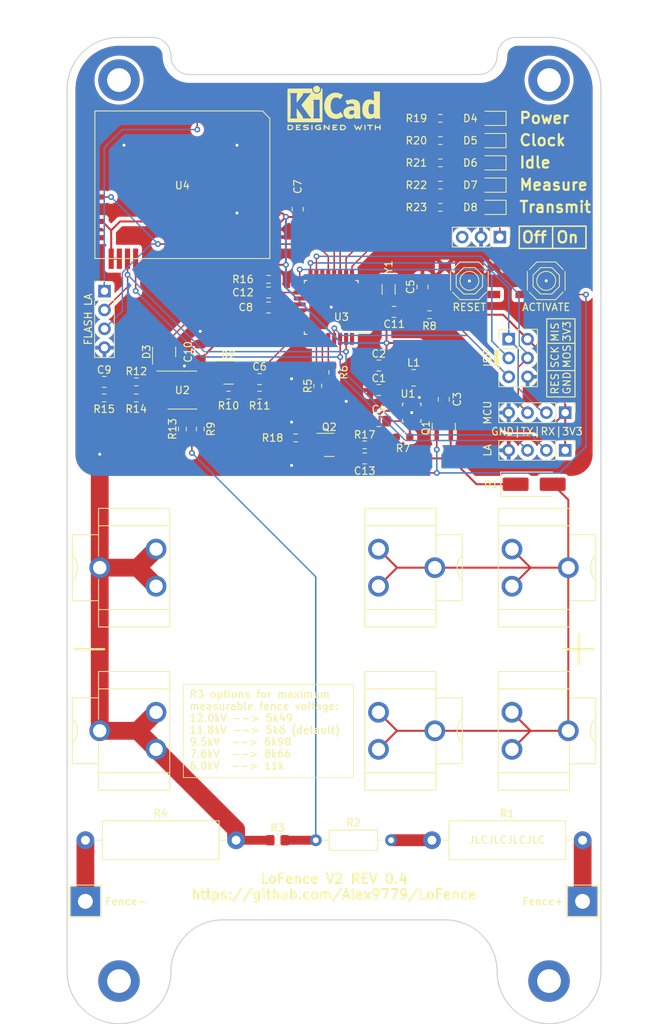
<source format=kicad_pcb>
(kicad_pcb (version 20221018) (generator pcbnew)
  (title_block (title "LoFence V2") (rev "0.4"))
  (layers (0 "F.Cu" signal) (31 "B.Cu" signal) (34 "B.Paste" user) (35 "F.Paste" user) (36 "B.SilkS" user "B.Silkscreen") (37 "F.SilkS" user "F.Silkscreen") (38 "B.Mask" user) (39 "F.Mask" user) (44 "Edge.Cuts" user))
  (net 0 "")
  (net 1 "GND")
  (net 2 "+3V3")
  (net 3 "ADC_POWER")
  (net 4 "ADC_POS")
  (net 5 "ADC_NEG")
  (net 6 "MCU_SCK")
  (net 7 "LA_RESET")
  (net 8 "LA_RX")
  (net 9 "LA_TX")
  (net 10 "PROBE")
  (net 11 "BAT_ADC")
  (net 12 "BAT_VCC")
  (net 13 "BAT_GND")
  (net 14 "Net-(U3-AREF)")
  (net 15 "AVCC")
  (net 16 "Net-(D2-A1)")
  (net 17 "Net-(D3-A1)")
  (net 18 "Net-(D4-K)")
  (net 19 "MCU_MISO")
  (net 20 "MCU_MOSI")
  (net 21 "LED_CLK")
  (net 22 "LED_IDLE")
  (net 23 "LED_MSR")
  (net 24 "LED_TX")
  (net 25 "Net-(D5-A)")
  (net 26 "Net-(D4-A)")
  (net 27 "Net-(D6-A)")
  (net 28 "Net-(D7-A)")
  (net 29 "Net-(R1-Pad1)")
  (net 32 "Net-(U3-XTAL1{slash}PB6)")
  (net 33 "Net-(U3-XTAL2{slash}PB7)")
  (net 36 "Net-(Q1-G)")
  (net 39 "Net-(U1-SS)")
  (net 40 "Net-(D8-A)")
  (net 41 "Net-(J1-Pin_1)")
  (net 42 "Net-(J2-Pin_1)")
  (net 43 "Net-(U1-L1)")
  (net 44 "Net-(U1-L2)")
  (net 45 "Net-(U1-PG)")
  (net 46 "Net-(U2B-+)")
  (net 47 "Net-(U2B--)")
  (net 48 "Net-(U2A--)")
  (net 49 "Net-(U2A-+)")
  (net 52 "PM_VCC")
  (net 53 "ACTIVATE")
  (net 54 "Net-(B11-Pin_1)")
  (net 56 "LA_BOOT")
  (net 57 "MCU_RESET")
  (footprint "Resistor_SMD:R_0603_1608Metric_Pad0.98x0.95mm_HandSolder" (layer "F.Cu") (at 70.8387 80.1605 -90)
    (fp_text reference "R6")
    (fp_text value "100k")
  )
  (footprint "Resistor_THT:R_Axial_DIN0516_L15.5mm_D5.0mm_P20.32mm_Horizontal" (layer "F.Cu") (at 37.472 143.256)
    (fp_text reference "R4")
    (fp_text value "10M 10KV")
  )
  (footprint "Resistor_SMD:R_0603_1608Metric_Pad0.98x0.95mm_HandSolder" (layer "F.Cu") (at 52.9586 87.803 -90)
    (fp_text reference "R9")
    (fp_text value "100k")
  )
  (footprint "Resistor_SMD:R_0603_1608Metric_Pad0.98x0.95mm_HandSolder" (layer "F.Cu") (at 62.1705 67.6141)
    (fp_text reference "R16")
    (fp_text value "47R")
  )
  (footprint "Capacitor_SMD:C_0805_2012Metric_Pad1.18x1.45mm_HandSolder" (layer "F.Cu") (at 66.1 58.166 -90)
    (fp_text reference "C7")
    (fp_text value "100nF")
  )
  (footprint "Capacitor_SMD:C_0805_2012Metric_Pad1.18x1.45mm_HandSolder" (layer "F.Cu") (at 62.1705 71.4241 180)
    (fp_text reference "C8")
    (fp_text value "100nF")
  )
  (footprint "Capacitor_SMD:C_0805_2012Metric_Pad1.18x1.45mm_HandSolder" (layer "F.Cu") (at 79.0956 72.009 180)
    (fp_text reference "C11")
    (fp_text value "100nF")
  )
  (footprint "ALITECS:LA66_serial-only" (layer "F.Cu") (at 50.546 54.864 -90)
    (fp_text reference "U4")
    (fp_text value "LA66")
  )
  (footprint "Resistor_THT:R_Axial_DIN0516_L15.5mm_D5.0mm_P20.32mm_Horizontal" (layer "F.Cu") (at 84.208 143.256)
    (fp_text reference "R1")
    (fp_text value "10M 10KV")
  )
  (footprint "Resistor_THT:R_Axial_DIN0207_L6.3mm_D2.5mm_P10.16mm_Horizontal" (layer "F.Cu") (at 68.536177 143.256)
    (fp_text reference "R2")
    (fp_text value "1M 700V")
  )
  (footprint "Resistor_SMD:R_0805_2012Metric_Pad1.20x1.40mm_HandSolder" (layer "F.Cu") (at 63.38 143.256)
    (fp_text reference "R3")
    (fp_text value "5k6")
  )
  (footprint "Resistor_SMD:R_0603_1608Metric_Pad0.98x0.95mm_HandSolder" (layer "F.Cu") (at 50.5456 87.803 -90)
    (fp_text reference "R13")
    (fp_text value "100k")
  )
  (footprint "Package_QFP:TQFP-32_7x7mm_P0.8mm" (layer "F.Cu") (at 70.6254 71.4 180)
    (fp_text reference "U3")
    (fp_text value "ATmega328PB-AU")
  )
  (footprint "MountingHole:MountingHole_3.2mm_M3_DIN965_Pad" (layer "F.Cu") (at 42 162.25 90)
    (fp_text reference "MH3" hide)
    (fp_text value "MountingHole")
  )
  (footprint "MountingHole:MountingHole_3.2mm_M3_DIN965_Pad" (layer "F.Cu") (at 100 40.75 90)
    (fp_text reference "MH2" hide)
    (fp_text value "MountingHole")
  )
  (footprint "MountingHole:MountingHole_3.2mm_M3_DIN965_Pad" (layer "F.Cu") (at 42 40.75 90)
    (fp_text reference "MH1" hide)
    (fp_text value "MountingHole")
  )
  (footprint "Crystal:Crystal_SMD_3215-2Pin_3.2x1.5mm" (layer "F.Cu") (at 78.3654 68.987 -90)
    (fp_text reference "Y1")
    (fp_text value "32768 Hz")
  )
  (footprint "TestPoint:TestPoint_THTPad_4.0x4.0mm_Drill2.0mm" (layer "F.Cu") (at 37.465 151.5 180)
    (fp_text reference "J2")
    (fp_text value "Fence-")
  )
  (footprint "TestPoint:TestPoint_THTPad_4.0x4.0mm_Drill2.0mm" (layer "F.Cu") (at 104.521 151.5 180)
    (fp_text reference "J1")
    (fp_text value "Fence+")
  )
  (footprint "Resistor_SMD:R_0603_1608Metric_Pad0.98x0.95mm_HandSolder" (layer "F.Cu") (at 68.8067 81.9893 -90)
    (fp_text reference "R5")
    (fp_text value "100k")
  )
  (footprint "Resistor_SMD:R_0603_1608Metric_Pad0.98x0.95mm_HandSolder" (layer "F.Cu") (at 40 83.61)
    (fp_text reference "R15")
    (fp_text value "1M")
  )
  (footprint "Capacitor_SMD:C_0805_2012Metric_Pad1.18x1.45mm_HandSolder" (layer "F.Cu") (at 40.0046 81.453 180)
    (fp_text reference "C9")
    (fp_text value "100nF")
  )
  (footprint "Resistor_SMD:R_0603_1608Metric_Pad0.98x0.95mm_HandSolder" (layer "F.Cu") (at 44.3226 83.612)
    (fp_text reference "R14")
    (fp_text value "100k")
  )
  (footprint "Resistor_SMD:R_0603_1608Metric_Pad0.98x0.95mm_HandSolder" (layer "F.Cu") (at 60.9596 83.231 180)
    (fp_text reference "R11")
    (fp_text value "1M")
  )
  (footprint "Package_SO:SOIC-8_3.9x4.9mm_P1.27mm" (layer "F.Cu") (at 50.5456 82.55)
    (fp_text reference "U2")
    (fp_text value "TLV9062")
  )
  (footprint "Resistor_SMD:R_0603_1608Metric_Pad0.98x0.95mm_HandSolder" (layer "F.Cu") (at 44.3386 81.453)
    (fp_text reference "R12")
    (fp_text value "100k")
  )
  (footprint "Capacitor_SMD:C_0805_2012Metric_Pad1.18x1.45mm_HandSolder" (layer "F.Cu") (at 60.9596 81.072)
    (fp_text reference "C6")
    (fp_text value "100nF")
  )
  (footprint "Package_TO_SOT_SMD:SOT-23" (layer "F.Cu") (at 48.0818 77.389 90)
    (fp_text reference "D3")
    (fp_text value "BAV70")
  )
  (footprint "Package_TO_SOT_SMD:SOT-23" (layer "F.Cu") (at 56.7686 80.183)
    (fp_text reference "D2")
    (fp_text value "BAV70")
  )
  (footprint "Capacitor_SMD:C_0805_2012Metric_Pad1.18x1.45mm_HandSolder" (layer "F.Cu") (at 52.9586 77.389 90)
    (fp_text reference "C10")
    (fp_text value "100nF")
  )
  (footprint "Resistor_SMD:R_0603_1608Metric_Pad0.98x0.95mm_HandSolder" (layer "F.Cu") (at 56.7686 83.231 180)
    (fp_text reference "R10")
    (fp_text value "100k")
  )
  (footprint "Resistor_SMD:R_0603_1608Metric_Pad0.98x0.95mm_HandSolder" (layer "F.Cu") (at 85.345 57.912 180)
    (fp_text reference "R23")
    (fp_text value "150R")
  )
  (footprint "LED_SMD:LED_0805_2012Metric_Pad1.15x1.40mm_HandSolder" (layer "F.Cu") (at 92.345 51.912 180)
    (fp_text reference "D6")
    (fp_text value "EMERALD")
  )
  (footprint "Resistor_SMD:R_0603_1608Metric_Pad0.98x0.95mm_HandSolder" (layer "F.Cu") (at 85.345 54.912 180)
    (fp_text reference "R22")
    (fp_text value "220R")
  )
  (footprint "LED_SMD:LED_0805_2012Metric_Pad1.15x1.40mm_HandSolder" (layer "F.Cu") (at 92.345 48.912 180)
    (fp_text reference "D5")
    (fp_text value "YELLOW")
  )
  (footprint "LED_SMD:LED_0805_2012Metric_Pad1.15x1.40mm_HandSolder" (layer "F.Cu") (at 92.345 54.912 180)
    (fp_text reference "D7")
    (fp_text value "YELLOW")
  )
  (footprint "Resistor_SMD:R_0603_1608Metric_Pad0.98x0.95mm_HandSolder" (layer "F.Cu") (at 85.345 45.912 180)
    (fp_text reference "R19")
    (fp_text value "1k")
  )
  (footprint "Resistor_SMD:R_0603_1608Metric_Pad0.98x0.95mm_HandSolder" (layer "F.Cu") (at 85.345 48.912 180)
    (fp_text reference "R20")
    (fp_text value "220R")
  )
  (footprint "Connector_PinHeader_2.54mm:PinHeader_1x03_P2.54mm_Vertical" (layer "F.Cu") (at 93.3704 61.9252 -90)
    (fp_text reference locked "J4" hide)
    (fp_text value "DEBUG LED")
  )
  (footprint "LED_SMD:LED_0805_2012Metric_Pad1.15x1.40mm_HandSolder" (layer "F.Cu") (at 92.345 45.912 180)
    (fp_text reference "D4")
    (fp_text value "EMERALD")
  )
  (footprint "LED_SMD:LED_0805_2012Metric_Pad1.15x1.40mm_HandSolder" (layer "F.Cu") (at 92.345 57.912 180)
    (fp_text reference "D8")
    (fp_text value "RED")
  )
  (footprint "Resistor_SMD:R_0603_1608Metric_Pad0.98x0.95mm_HandSolder" (layer "F.Cu") (at 85.345 51.912 180)
    (fp_text reference "R21")
    (fp_text value "1k")
  )
  (footprint "Resistor_SMD:R_0603_1608Metric_Pad0.98x0.95mm_HandSolder" (layer "F.Cu") (at 83.8708 72.39 180)
    (fp_text reference "R8")
    (fp_text value "4k7")
  )
  (footprint "Capacitor_SMD:C_0805_2012Metric_Pad1.18x1.45mm_HandSolder" (layer "F.Cu") (at 82.931 68.6308 90)
    (fp_text reference "C5")
    (fp_text value "100nF")
  )
  (footprint "Capacitor_SMD:C_0805_2012Metric_Pad1.18x1.45mm_HandSolder" (layer "F.Cu") (at 85.8 83.7946 90)
    (fp_text reference "C3")
    (fp_text value "10uF")
  )
  (footprint "Connector_PinHeader_2.54mm:PinHeader_1x04_P2.54mm_Vertical" (layer "F.Cu") (at 102.1785 90.678 -90)
    (fp_text reference "J6" hide)
    (fp_text value "DEBUG LA")
  )
  (footprint "Connector_PinHeader_2.54mm:PinHeader_2x03_P2.54mm_Vertical" (layer "F.Cu") (at 94.5635 75.685)
    (fp_text reference "J3" hide)
    (fp_text value "ISP")
  )
  (footprint "Connector_PinHeader_2.54mm:PinHeader_1x04_P2.54mm_Vertical" (layer "F.Cu") (at 102.1785 85.598 -90)
    (fp_text reference "J5" hide)
    (fp_text value "DEBUG MCU")
  )
  (footprint "Capacitor_SMD:C_0805_2012Metric_Pad1.18x1.45mm_HandSolder" (layer "F.Cu") (at 62.1705 69.3934)
    (fp_text reference "C12")
    (fp_text value "100nF")
  )
  (footprint "ALITECS:TS-1187A-B-A-B" (layer "F.Cu") (at 89.2556 67.818 180)
    (fp_text reference locked "SW1" hide)
    (fp_text value locked "RESET")
  )
  (footprint "Capacitor_SMD:C_0805_2012Metric_Pad1.18x1.45mm_HandSolder" (layer "F.Cu") (at 77.0421 82.5446 180)
    (fp_text reference "C1")
    (fp_text value "10uF")
  )
  (footprint "Capacitor_SMD:C_0805_2012Metric_Pad1.18x1.45mm_HandSolder" (layer "F.Cu") (at 77.0421 79.2426 180)
    (fp_text reference "C2")
    (fp_text value "10uF")
  )
  (footprint "Resistor_SMD:R_0603_1608Metric_Pad0.98x0.95mm_HandSolder" (layer "F.Cu") (at 80.3148 88.8746)
    (fp_text reference "R7")
    (fp_text value "100k")
  )
  (footprint "ALITECS:MY-18650-01" (layer "F.Cu") (at 95 128.5 180)
    (fp_text reference "B21" hide)
    (fp_text value "MY-18650-01")
  )
  (footprint "Inductor_SMD:L_1008_2520Metric_Pad1.43x2.20mm_HandSolder" (layer "F.Cu") (at 81.7411 80.8936 180)
    (fp_text reference "L1")
    (fp_text value "1.5uH")
  )
  (footprint "Resistor_SMD:R_0603_1608Metric_Pad0.98x0.95mm_HandSolder" (layer "F.Cu") (at 65.8368 89.0016 180)
    (fp_text reference "R18")
    (fp_text value "1M")
  )
  (footprint "Symbol:KiCad-Logo2_5mm_SilkScreen" (layer "F.Cu") (at 71 44.5)
    (fp_text reference "REF**" hide)
    (fp_text value "KiCad-Logo2_5mm_SilkScreen" hide)
  )
  (footprint "Package_TO_SOT_SMD:SOT-23" (layer "F.Cu") (at 70.358 89.9414)
    (fp_text reference "Q2")
    (fp_text value "2N7002")
  )
  (footprint "Package_TO_SOT_SMD:SOT-23" (layer "F.Cu") (at 85.8012 87.6808 90)
    (fp_text reference "Q1")
    (fp_text value "LBSS84LT1G")
  )
  (footprint "ALITECS:MY-18650-01" (layer "F.Cu") (at 47 106.5)
    (fp_text reference "B10" hide)
    (fp_text value "MY-18650-01")
  )
  (footprint "Capacitor_SMD:C_0805_2012Metric_Pad1.18x1.45mm_HandSolder" (layer "F.Cu") (at 75.1332 91.7702 180)
    (fp_text reference "C13")
    (fp_text value "100nF")
  )
  (footprint "Capacitor_SMD:C_0805_2012Metric_Pad1.18x1.45mm_HandSolder" (layer "F.Cu") (at 77.0421 86.7356 180)
    (fp_text reference "C4")
    (fp_text value "1nF")
  )
  (footprint "MountingHole:MountingHole_3.2mm_M3_DIN965_Pad" (layer "F.Cu") (at 100 162.25)
    (fp_text reference "MH4" hide)
    (fp_text value "MountingHole")
  )
  (footprint "ALITECS:TPS63051RMW" (layer "F.Cu") (at 81.4871 85.5926 -90)
    (fp_text reference "U1")
    (fp_text value "TPS63051RMW")
  )
  (footprint "Diode_SMD:D_SMA_Handsoldering" (layer "F.Cu") (at 97.99 95.25)
    (fp_text reference "D1")
    (fp_text value "SS54")
  )
  (footprint "ALITECS:TS-1187A-B-A-B" (layer "F.Cu") (at 99.6188 67.818 180)
    (fp_text reference locked "SW2" hide)
    (fp_text value locked "ACTIVATE")
  )
  (footprint "Symbol:OSHW-Logo_5.7x6mm_Copper" (layer "F.Cu") (at 71 51)
    (fp_text reference "REF**" hide)
    (fp_text value "OSHW-Logo_5.7x6mm_Copper" hide)
  )
  (footprint "ALITECS:MY-18650-01" (layer "F.Cu") (at 77 128.5 180)
    (fp_text reference "B41" hide)
    (fp_text value "MY-18650-01")
  )
  (footprint "ALITECS:MY-18650-01" (layer "F.Cu") (at 47 128.5)
    (fp_text reference "B20" hide)
    (fp_text value "MY-18650-01")
  )
  (footprint "ALITECS:MY-18650-01" (layer "F.Cu") (at 95 106.5 180)
    (fp_text reference "B11" hide)
    (fp_text value "MY-18650-01")
  )
  (footprint "Resistor_SMD:R_0603_1608Metric_Pad0.98x0.95mm_HandSolder" (layer "F.Cu") (at 75.1332 89.9414)
    (fp_text reference "R17")
    (fp_text value "100k")
  )
  (footprint "ALITECS:MY-18650-01" (layer "F.Cu") (at 77 106.5 180)
    (fp_text reference "B31" hide)
    (fp_text value "MY-18650-01")
  )
  (footprint "Connector_PinHeader_2.54mm:PinHeader_1x04_P2.54mm_Vertical" (layer "F.Cu") (at 40.04 69.21)
    (fp_text reference "J7" hide)
    (fp_text value "FLASH LA")
  )
  (gr_line (start 104.9824 63.4506) (end 95.9824 63.4506) (stroke (width 0.2)) (layer "F.SilkS"))
  (gr_line (start 95.9824 60.4506) (end 104.9824 60.4506) (stroke (width 0.2)) (layer "F.SilkS"))
  (gr_line (start 104.9824 60.4506) (end 104.9824 63.4506) (stroke (width 0.2)) (layer "F.SilkS"))
  (gr_line (start 95.9824 63.4506) (end 95.9824 60.4506) (stroke (width 0.2)) (layer "F.SilkS"))
  (gr_line (start 100.4824 63.4506) (end 100.4824 60.4506) (stroke (width 0.2)) (layer "F.SilkS"))
  (gr_line (start 36 117.5) (end 40 117.5) (stroke (width 0.3)) (layer "F.SilkS"))
  (gr_rect (start 92.66 77.1913) (end 93.2164 79.2487) (stroke (width 0.15)) (fill solid) (layer "F.SilkS"))
  (gr_line (start 99.69 76.2415) (end 103.5 76.2415) (stroke (width 0.15)) (layer "F.SilkS"))
  (gr_line (start 99.69 79.9245) (end 103.5 79.9245) (stroke (width 0.15)) (layer "F.SilkS"))
  (gr_line (start 102 117.5) (end 106 117.5) (stroke (width 0.3)) (layer "F.SilkS"))
  (gr_line (start 104 115.5) (end 104 119.5) (stroke (width 0.3)) (layer "F.SilkS"))
  (gr_rect (start 99.69 72.9395) (end 103.5 83.4805) (stroke (width 0.15)) (fill none) (layer "F.SilkS"))
  (gr_arc (start 100 35) (mid 104.949747 37.050253) (end 107 42) (stroke (width 0.15)) (layer "Edge.Cuts"))
  (gr_line (start 56 154) (end 86 154) (stroke (width 0.15)) (layer "Edge.Cuts"))
  (gr_arc (start 100 168) (mid 95.050253 165.949747) (end 93 161) (stroke (width 0.15)) (layer "Edge.Cuts"))
  (gr_arc (start 42 168) (mid 37.050253 165.949747) (end 35 161) (stroke (width 0.15)) (layer "Edge.Cuts"))
  (gr_line (start 46.5 35) (end 42 35) (stroke (width 0.15)) (layer "Edge.Cuts"))
  (gr_line (start 90.5 40) (end 51.5 40) (stroke (width 0.15)) (layer "Edge.Cuts"))
  (gr_arc (start 49 161) (mid 46.949747 165.949747) (end 42 168) (stroke (width 0.15)) (layer "Edge.Cuts"))
  (gr_line (start 100 35) (end 95.5 35) (stroke (width 0.15)) (layer "Edge.Cuts"))
  (gr_arc (start 46.5 35) (mid 48.267767 35.732233) (end 49 37.5) (stroke (width 0.15)) (layer "Edge.Cuts"))
  (gr_line (start 107 161) (end 107 42) (stroke (width 0.15)) (layer "Edge.Cuts"))
  (gr_arc (start 51.5 40) (mid 49.732233 39.267767) (end 49 37.5) (stroke (width 0.15)) (layer "Edge.Cuts"))
  (gr_arc (start 49 161) (mid 51.050253 156.050253) (end 56 154) (stroke (width 0.15)) (layer "Edge.Cuts"))
  (gr_arc (start 107 161) (mid 104.949747 165.949747) (end 100 168) (stroke (width 0.15)) (layer "Edge.Cuts"))
  (gr_arc (start 35 42) (mid 37.050253 37.050253) (end 42 35) (stroke (width 0.15)) (layer "Edge.Cuts"))
  (gr_arc (start 93 37.5) (mid 93.732233 35.732233) (end 95.5 35) (stroke (width 0.15)) (layer "Edge.Cuts"))
  (gr_arc (start 86 154) (mid 90.949747 156.050253) (end 93 161) (stroke (width 0.15)) (layer "Edge.Cuts"))
  (gr_line (start 35 42) (end 35 161) (stroke (width 0.15)) (layer "Edge.Cuts"))
  (gr_arc (start 93 37.5) (mid 92.267767 39.267767) (end 90.5 40) (stroke (width 0.15)) (layer "Edge.Cuts"))
  (gr_text "On" (at 102.4824 61.9506) (layer "F.SilkS") (effects (font (size 1.5 1.5) (thickness 0.3))))
  (gr_text "Power" (at 95.845 45.864) (layer "F.SilkS") (effects (font (size 1.5 1.5) (thickness 0.3)) (justify left)))
  (gr_text "Clock" (at 95.845 48.864) (layer "F.SilkS") (effects (font (size 1.5 1.5) (thickness 0.3)) (justify left)))
  (gr_text "Off" (at 98.0184 61.9506) (layer "F.SilkS") (effects (font (size 1.5 1.5) (thickness 0.3))))
  (gr_text "Measure" (at 95.845 54.864) (layer "F.SilkS") (effects (font (size 1.5 1.5) (thickness 0.3)) (justify left)))
  (gr_text "Transmit" (at 95.845 57.864) (layer "F.SilkS") (effects (font (size 1.5 1.5) (thickness 0.3)) (justify left)))
  (gr_text "Idle" (at 95.845 51.864) (layer "F.SilkS") (effects (font (size 1.5 1.5) (thickness 0.3)) (justify left)))
  (gr_text "MCU" (at 91.7 85.598 90) (layer "F.SilkS") (effects (font (size 1 1))))
  (gr_text "FLASH LA" (at 37.85 73.01 90) (layer "F.SilkS") (effects (font (size 1 1))))
  (gr_text "RES\nGND" (at 102.992 83.2265 90) (layer "F.SilkS") (effects (font (size 1 1)) (justify left bottom)))
  (gr_text "ISP" (at 91.7 78.21 90) (layer "F.SilkS") (effects (font (size 1 1))))
  (gr_text "JLCJLCJLCJLC" (at 89.1 143.8) (layer "F.SilkS") (effects (font (size 1 1)) (justify left bottom)))
  (gr_text "${TITLE} REV ${REVISION}\nhttps://github.com/Alex9779/LoFence\n" (at 71 149.5) (layer "F.SilkS") (effects (font (size 1.3 1.3) (thickness 0.25))))
  (gr_text "LA" (at 91.7 90.678 90) (layer "F.SilkS") (effects (font (size 1 1))))
  (gr_text "MIS\n3V3" (at 102.992 76.1145 90) (layer "F.SilkS") (effects (font (size 1 1)) (justify left bottom)))
  (gr_text "SCK\nMOS" (at 102.992 79.6705 90) (layer "F.SilkS") (effects (font (size 1 1)) (justify left bottom)))
  (gr_text "GND|TX|RX|3V3" (at 98.37 88.138) (layer "F.SilkS") (effects (font (size 1 1))))
  (gr_text_box "R3 options for maximum measurable fence voltage:\n12.0kV --> 5k49\n11.8kV --> 5k6 (default)\n9.5kV  --> 6k98\n7.6kV  --> 8k66\n6.0kV  --> 11k" (start 50.6775 122.23) (end 73.6225 134.81) (layer "F.SilkS") (effects (font (size 1 1)) (justify left top)) (stroke (width 0.1)))
  (segment (start 39.4 106.5) (end 39.4 91.2) (width 2.4) (layer "F.Cu") (net 1))
  (segment (start 44.5 106.5) (end 39.4 106.5) (width 2.4) (layer "F.Cu") (net 1))
  (segment (start 39.4 128.5) (end 44.5 128.5) (width 2.4) (layer "F.Cu") (net 1))
  (segment (start 81.2301 85.8426) (end 81.4801 85.5926) (width 0.27) (layer "F.Cu") (net 1))
  (segment (start 81.4801 85.5926) (end 81.7371 85.3356) (width 0.27) (layer "F.Cu") (net 1))
  (segment locked (start 62.38 143.256) (end 57.792 143.256) (width 1.2) (layer "F.Cu") (net 1))
  (segment (start 39.4 106.5) (end 39.4 128.5) (width 2.4) (layer "F.Cu") (net 1))
  (segment (start 71 71) (end 70.6254 71.3746) (width 0.27) (layer "F.Cu") (net 1))
  (segment (start 44.5 106.5) (end 47 104) (width 2.4) (layer "F.Cu") (net 1))
  (segment (start 70.2 71.8) (end 70.6254 71.3746) (width 0.27) (layer "F.Cu") (net 1))
  (segment (start 74.8754 71) (end 71 71) (width 0.27) (layer "F.Cu") (net 1))
  (segment (start 44.5 128.5) (end 47 126) (width 2.4) (layer "F.Cu") (net 1))
  (segment (start 81.4801 85.5926) (end 81.7371 85.8496) (width 0.27) (layer "F.Cu") (net 1))
  (segment (start 57.792 141.792) (end 57.792 143.256) (width 2.4) (layer "F.Cu") (net 1))
  (segment (start 80.3021 85.8426) (end 81.2301 85.8426) (width 0.27) (layer "F.Cu") (net 1))
  (segment (start 81.7371 85.3356) (end 81.7371 84.4076) (width 0.27) (layer "F.Cu") (net 1))
  (segment (start 47 131) (end 57.792 141.792) (width 2.4) (layer "F.Cu") (net 1))
  (segment (start 66.3754 71.8) (end 70.2 71.8) (width 0.27) (layer "F.Cu") (net 1))
  (segment (start 44.5 106.5) (end 47 109) (width 2.4) (layer "F.Cu") (net 1))
  (segment (start 47 131) (end 44.5 128.5) (width 2.4) (layer "F.Cu") (net 1))
  (segment (start 81.7371 85.8496) (end 81.7371 86.7776) (width 0.27) (layer "F.Cu") (net 1))
  (segment (start 102.9188 65.968) (end 96.3188 65.968) (width 0.2) (layer "F.Cu") (net 1))
  (via (at 39.4 91.2) (size 0.8) (drill 0.4) (layers "F.Cu" "B.Cu") (net 1))
  (via (at 89.2556 67.8434) (size 0.8) (drill 0.4) (layers "F.Cu" "B.Cu") (net 1))
  (via (at 81.4801 85.5926) (size 0.8) (drill 0.4) (layers "F.Cu" "B.Cu") (net 1))
  (via (at 70.6254 71.3746) (size 0.8) (drill 0.4) (layers "F.Cu" "B.Cu") (net 1))
  (via (at 72.644 84.074) (size 0.8) (drill 0.4) (layers "F.Cu" "B.Cu") (net 1))
  (via (at 57.912 49.53) (size 0.8) (drill 0.4) (layers "F.Cu" "B.Cu") (net 1))
  (via (at 52.959 74.6252) (size 0.8) (drill 0.4) (layers "F.Cu" "B.Cu") (net 1))
  (via (at 65.278 81.026) (size 0.8) (drill 0.4) (layers "F.Cu" "B.Cu") (net 1))
  (via (at 65.278 86.868) (size 0.8) (drill 0.4) (layers "F.Cu" "B.Cu") (net 1))
  (via (at 65.278 92.71) (size 0.8) (drill 0.4) (layers "F.Cu" "B.Cu") (net 1))
  (via (at 42.672 49.53) (size 0.8) (drill 0.4) (layers "F.Cu" "B.Cu") (net 1))
  (via (at 50.8254 79.2988) (size 0.8) (drill 0.4) (layers "F.Cu" "B.Cu") (net 1))
  (via (at 57.912 58.674) (size 0.8) (drill 0.4) (layers "F.Cu" "B.Cu") (net 1))
  (via (at 99.6188 67.818) (size 0.8) (drill 0.4) (layers "F.Cu" "B.Cu") (net 1))
  (segment (start 78.0796 82.6201) (end 80.3021 84.8426) (width 0.27) (layer "F.Cu") (net 2))
  (segment (start 80.3021 85.3426) (end 80.3021 84.8426) (width 0.27) (layer "F.Cu") (net 2))
  (segment (start 63.2131 65.659) (end 64.516 65.659) (width 0.27) (layer "F.Cu") (net 2))
  (segment (start 102.1635 85.583) (end 102.1785 85.598) (width 0.27) (layer "F.Cu") (net 2))
  (segment (start 64.048 58.714) (end 64.516 59.182) (width 0.27) (layer "F.Cu") (net 2))
  (segment (start 78.0796 79.2426) (end 78.0796 76.2) (width 0.27) (layer "F.Cu") (net 2))
  (segment (start 78.0796 76.2) (end 82.4747 76.2) (width 0.27) (layer "F.Cu") (net 2))
  (segment (start 93.8085 72.39) (end 97.1035 75.685) (width 0.27) (layer "F.Cu") (net 2))
  (segment (start 82.4747 76.2) (end 94.3907 88.116) (width 0.27) (layer "F.Cu") (net 2))
  (segment (start 99.6605 88.116) (end 102.1785 85.598) (width 0.27) (layer "F.Cu") (net 2))
  (segment (start 62.371 59.814) (end 52.9082 59.814) (width 0.27) (layer "F.Cu") (net 2))
  (segment (start 78.0796 76.2) (end 78.0796 72.0305) (width 0.27) (layer "F.Cu") (net 2))
  (segment (start 102.1785 80.76) (end 102.1785 85.598) (width 0.27) (layer "F.Cu") (net 2))
  (segment (start 42.146 59.814) (end 40.946 61.014) (width 0.27) (layer "F.Cu") (net 2))
  (segment (start 66.1 59.2035) (end 71.141 59.2035) (width 0.27) (layer "F.Cu") (net 2))
  (segment (start 61.258 67.6141) (end 63.2131 65.659) (width 0.27) (layer "F.Cu") (net 2))
  (segment (start 97.1035 75.685) (end 102.1785 80.76) (width 0.27) (layer "F.Cu") (net 2))
  (segment (start 78.359 88.8746) (end 77.1421 87.6577) (width 0.27) (layer "F.Cu") (net 2))
  (segment (start 78.0796 82.5446) (end 78.0796 79.2426) (width 0.27) (layer "F.Cu") (net 2))
  (segment (start 77.1421 87.6577) (end 77.1421 85.8243) (width 0.27) (layer "F.Cu") (net 2))
  (segment (start 77.1421 85.8243) (end 77.6238 85.3426) (width 0.27) (layer "F.Cu") (net 2))
  (segment (start 66.1 59.2035) (end 64.5375 59.2035) (width 0.27) (layer "F.Cu") (net 2))
  (segment (start 77.6238 85.3426) (end 80.3021 85.3426) (width 0.27) (layer "F.Cu") (net 2))
  (segment (start 74.8754 71.8) (end 77.8491 71.8) (width 0.27) (layer "F.Cu") (net 2))
  (segment (start 63.884 59.814) (end 64.516 59.182) (width 0.27) (layer "F.Cu") (net 2))
  (segment (start 62.371 58.714) (end 64.048 58.714) (width 0.27) (layer "F.Cu") (net 2))
  (segment (start 52.9082 59.814) (end 42.146 59.814) (width 0.27) (layer "F.Cu") (net 2))
  (segment (start 79.4023 88.8746) (end 78.359 88.8746) (width 0.27) (layer "F.Cu") (net 2))
  (segment (start 42.046 64.839) (end 40.946 64.839) (width 0.27) (layer "F.Cu") (net 2))
  (segment (start 94.3907 88.116) (end 99.6605 88.116) (width 0.27) (layer "F.Cu") (net 2))
  (segment (start 78.0796 72.0305) (end 78.0581 72.009) (width 0.27) (layer "F.Cu") (net 2))
  (segment (start 71.141 59.2035) (end 84.4325 45.912) (width 0.27) (layer "F.Cu") (net 2))
  (segment (start 77.8491 71.8) (end 78.0581 72.009) (width 0.27) (layer "F.Cu") (net 2))
  (segment (start 84.7833 72.39) (end 93.8085 72.39) (width 0.27) (layer "F.Cu") (net 2))
  (segment (start 40.946 64.839) (end 40.946 61.014) (width 0.27) (layer "F.Cu") (net 2))
  (segment (start 39.746 59.814) (end 38.721 59.814) (width 0.27) (layer "F.Cu") (net 2))
  (segment (start 64.5375 59.2035) (end 64.516 59.182) (width 0.27) (layer "F.Cu") (net 2))
  (segment (start 102.1785 85.598) (end 102.1785 90.678) (width 0.27) (layer "F.Cu") (net 2))
  (segment (start 40.946 61.014) (end 39.746 59.814) (width 0.27) (layer "F.Cu") (net 2))
  (segment (start 62.371 59.814) (end 63.884 59.814) (width 0.27) (layer "F.Cu") (net 2))
  (segment (start 78.0796 82.5446) (end 78.0796 82.6201) (width 0.27) (layer "F.Cu") (net 2))
  (segment (start 80.3021 84.8426) (end 80.7371 84.4076) (width 0.27) (layer "F.Cu") (net 2))
  (via (at 64.516 59.182) (size 0.8) (drill 0.4) (layers "F.Cu" "B.Cu") (net 2))
  (via (at 78.0796 76.2) (size 0.8) (drill 0.4) (layers "F.Cu" "B.Cu") (net 2))
  (via (at 64.516 65.659) (size 0.8) (drill 0.4) (layers "F.Cu" "B.Cu") (net 2))
  (segment (start 64.516 68.751661) (end 64.516 65.659) (width 0.27) (layer "B.Cu") (net 2))
  (segment (start 64.516 65.659) (end 64.516 59.182) (width 0.27) (layer "B.Cu") (net 2))
  (segment (start 71.964339 76.2) (end 64.516 68.751661) (width 0.27) (layer "B.Cu") (net 2))
  (segment (start 78.0796 76.2) (end 71.964339 76.2) (width 0.27) (layer "B.Cu") (net 2))
  (segment (start 57.1851 74.2) (end 66.3754 74.2) (width 0.27) (layer "F.Cu") (net 3))
  (segment (start 52.9586 78.4265) (end 57.1851 74.2) (width 0.27) (layer "F.Cu") (net 3))
  (segment (start 53.0206 78.4885) (end 52.9586 78.4265) (width 0.27) (layer "F.Cu") (net 3))
  (segment (start 53.0206 80.645) (end 53.0206 78.4885) (width 0.27) (layer "F.Cu") (net 3))
  (segment (start 57.7686 83.231) (end 59.9596 83.231) (width 0.2) (layer "F.Cu") (net 4))
  (segment (start 59.9596 81.1095) (end 59.9221 81.072) (width 0.2) (layer "F.Cu") (net 4))
  (segment (start 59.9596 83.231) (end 59.9596 81.1095) (width 0.2) (layer "F.Cu") (net 4))
  (segment (start 65.3441 75.65) (end 67.8254 75.65) (width 0.2) (layer "F.Cu") (net 4))
  (segment (start 59.9221 81.072) (end 58.5951 81.072) (width 0.2) (layer "F.Cu") (net 4))
  (segment (start 59.9221 81.072) (end 65.3441 75.65) (width 0.2) (layer "F.Cu") (net 4))
  (segment (start 58.5951 81.072) (end 57.7061 80.183) (width 0.2) (layer "F.Cu") (net 4))
  (segment (start 41.0421 81.453) (end 40.9225 81.5726) (width 0.2) (layer "F.Cu") (net 5))
  (segment (start 43.3386 81.453) (end 41.0421 81.453) (width 0.2) (layer "F.Cu") (net 5))
  (segment (start 47.777 76.4515) (end 48.0818 76.4515) (width 0.2) (layer "F.Cu") (net 5))
  (segment (start 43.3386 81.453) (end 43.3386 80.024) (width 0.2) (layer "F.Cu") (net 5))
  (segment (start 40.9225 81.5726) (end 40.9225 83.6) (width 0.2) (layer "F.Cu") (net 5))
  (segment (start 51.1333 73.4) (end 66.3754 73.4) (width 0.2) (layer "F.Cu") (net 5))
  (segment (start 40.9225 83.6) (end 40.9125 83.61) (width 0.2) (layer "F.Cu") (net 5))
  (segment (start 43.3386 80.024) (end 46.9111 76.4515) (width 0.2) (layer "F.Cu") (net 5))
  (segment (start 48.0818 76.4515) (end 51.1333 73.4) (width 0.2) (layer "F.Cu") (net 5))
  (segment (start 46.9111 76.4515) (end 47.777 76.4515) (width 0.2) (layer "F.Cu") (net 5))
  (segment (start 66.3702 66.294) (end 66.3754 66.2992) (width 0.2) (layer "F.Cu") (net 6))
  (segment (start 66.3754 66.2992) (end 66.3754 68.6) (width 0.2) (layer "F.Cu") (net 6))
  (via (at 66.3702 66.294) (size 0.8) (drill 0.4) (layers "F.Cu" "B.Cu") (net 6))
  (segment (start 91.4654 66.294) (end 92.2825 67.1111) (width 0.2) (layer "B.Cu") (net 6))
  (segment (start 66.3702 66.294) (end 91.4654 66.294) (width 0.2) (layer "B.Cu") (net 6))
  (segment (start 92.2825 67.1111) (end 92.2825 75.944) (width 0.2) (layer "B.Cu") (net 6))
  (segment (start 92.2825 75.944) (end 94.5635 78.225) (width 0.2) (layer "B.Cu") (net 6))
  (segment (start 70.2254 64.5095) (end 70.2254 67.15) (width 0.2) (layer "F.Cu") (net 7))
  (segment (start 47.244 62.865) (end 68.5809 62.865) (width 0.2) (layer "F.Cu") (net 7))
  (segment (start 38.722 56.515) (end 38.721 56.514) (width 0.2) (layer "F.Cu") (net 7))
  (segment (start 40.9194 56.515) (end 38.722 56.515) (width 0.2) (layer "F.Cu") (net 7))
  (segment (start 68.5809 62.865) (end 70.2254 64.5095) (width 0.2) (layer "F.Cu") (net 7))
  (via (at 40.9194 56.515) (size 0.8) (drill 0.4) (layers "F.Cu" "B.Cu") (net 7))
  (via (at 47.244 62.865) (size 0.8) (drill 0.4) (layers "F.Cu" "B.Cu") (net 7))
  (segment (start 46.30485 62.865) (end 42.4546 66.71525) (width 0.2) (layer "B.Cu") (net 7))
  (segment (start 47.244 62.8396) (end 40.9194 56.515) (width 0.2) (layer "B.Cu") (net 7))
  (segment (start 42.4546 66.71525) (end 42.4546 71.8754) (width 0.2) (layer "B.Cu") (net 7))
  (segment (start 47.244 62.865) (end 46.30485 62.865) (width 0.2) (layer "B.Cu") (net 7))
  (segment (start 47.244 62.865) (end 47.244 62.8396) (width 0.2) (layer "B.Cu") (net 7))
  (segment (start 42.4546 71.8754) (end 40.04 74.29) (width 0.2) (layer "B.Cu") (net 7))
  (segment (start 43.1546 64.8476) (end 43.146 64.839) (width 0.2) (layer "F.Cu") (net 8))
  (segment (start 72.6186 77.3684) (end 72.6254 77.3616) (width 0.2) (layer "F.Cu") (net 8))
  (segment (start 43.1546 67.0052) (end 43.1546 68.6354) (width 0.2) (layer "F.Cu") (net 8))
  (segment (start 43.1546 67.0052) (end 43.1546 64.8476) (width 0.2) (layer "F.Cu") (net 8))
  (segment (start 43.1546 68.6354) (end 40.04 71.75) (width 0.2) (layer "F.Cu") (net 8))
  (segment (start 72.6254 77.3616) (end 72.6254 75.65) (width 0.2) (layer "F.Cu") (net 8))
  (via (at 72.6186 77.3684) (size 0.8) (drill 0.4) (layers "F.Cu" "B.Cu") (net 8))
  (via (at 43.1546 67.0052) (size 0.8) (drill 0.4) (layers "F.Cu" "B.Cu") (net 8))
  (segment (start 72.6186 80.3686) (end 80.8452 88.5952) (width 0.2) (layer "B.Cu") (net 8))
  (segment (start 72.6186 77.3684) (end 53.5178 77.3684) (width 0.2) (layer "B.Cu") (net 8))
  (segment (start 80.8452 88.5952) (end 97.5557 88.5952) (width 0.2) (layer "B.Cu") (net 8))
  (segment (start 53.5178 77.3684) (end 43.1546 67.0052) (width 0.2) (layer "B.Cu") (net 8))
  (segment (start 72.6186 77.3684) (end 72.6186 80.3686) (width 0.2) (layer "B.Cu") (net 8))
  (segment (start 97.5557 88.5952) (end 99.6385 90.678) (width 0.2) (layer "B.Cu") (net 8))
  (segment (start 71.8254 78.0871) (end 71.8312 78.0929) (width 0.2) (layer "F.Cu") (net 9))
  (segment (start 44.246 69.1888) (end 44.246 64.839) (width 0.2) (layer "F.Cu") (net 9))
  (segment (start 44.2468 69.1896) (end 44.246 69.1888) (width 0.2) (layer "F.Cu") (net 9))
  (segment (start 71.8254 75.65) (end 71.8254 78.0871) (width 0.2) (layer "F.Cu") (net 9))
  (via (at 44.2468 69.1896) (size 0.8) (drill 0.4) (layers "F.Cu" "B.Cu") (net 9))
  (via (at 71.8312 78.0929) (size 0.8) (drill 0.4) (layers "F.Cu" "B.Cu") (net 9))
  (segment (start 71.8312 78.0929) (end 71.8312 80.5812) (width 0.2) (layer "B.Cu") (net 9))
  (segment (start 71.8312 80.5812) (end 80.6072 89.3572) (width 0.2) (layer "B.Cu") (net 9))
  (segment (start 53.1501 78.0929) (end 44.2468 69.1896) (width 0.2) (layer "B.Cu") (net 9))
  (segment (start 95.7777 89.3572) (end 97.0985 90.678) (width 0.2) (layer "B.Cu") (net 9))
  (segment (start 71.8312 78.0929) (end 53.1501 78.0929) (width 0.2) (layer "B.Cu") (net 9))
  (segment (start 80.6072 89.3572) (end 95.7777 89.3572) (width 0.2) (layer "B.Cu") (net 9))
  (segment (start 52.9586 88.946) (end 52.9586 88.803) (width 0.2) (layer "F.Cu") (net 10))
  (segment (start 51.8316 90.073) (end 51.8316 91.0216) (width 0.2) (layer "F.Cu") (net 10))
  (segment (start 51.8156 90.073) (end 50.5456 88.803) (width 0.2) (layer "F.Cu") (net 10))
  (segment (start 51.8316 91.0216) (end 51.84 91.03) (width 0.2) (layer "F.Cu") (net 10))
  (segment (start 51.8156 90.073) (end 51.8316 90.073) (width 0.2) (layer "F.Cu") (net 10))
  (segment (start 51.8316 90.073) (end 52.9586 88.946) (width 0.2) (layer "F.Cu") (net 10))
  (segment locked (start 68.536177 143.256) (end 64.38 143.256) (width 1.2) (layer "F.Cu") (net 10))
  (via (at 51.84 91.03) (size 0.8) (drill 0.4) (layers "F.Cu" "B.Cu") (net 10))
  (segment (start 68.536177 107.726177) (end 68.536177 143.256) (width 0.2) (layer "B.Cu") (net 10))
  (segment (start 51.84 91.03) (end 68.536177 107.726177) (width 0.2) (layer "B.Cu") (net 10))
  (segment (start 70.8387 81.073) (end 68.8105 81.073) (width 0.2) (layer "F.Cu") (net 11))
  (segment (start 68.8105 81.073) (end 68.8067 81.0768) (width 0.2) (layer "F.Cu") (net 11))
  (segment (start 69.4254 80.4581) (end 68.8067 81.0768) (width 0.2) (layer "F.Cu") (net 11))
  (segment (start 69.4254 75.65) (end 69.4254 80.4581) (width 0.2) (layer "F.Cu") (net 11))
  (segment (start 95.49 95.25) (end 90.2208 95.25) (width 0.27) (layer "F.Cu") (net 12))
  (segment (start 76.1707 90.0664) (end 76.0457 89.9414) (width 0.27) (layer "F.Cu") (net 12))
  (segment (start 76.1707 91.7702) (end 76.1707 90.0664) (width 0.27) (layer "F.Cu") (net 12))
  (segment (start 86.741 88.6285) (end 86.7512 88.6183) (width 0.27) (layer "F.Cu") (net 12))
  (segment (start 69.0061 82.9018) (end 76.0457 89.9414) (width 0.27) (layer "F.Cu") (net 12))
  (segment (start 68.8067 82.9018) (end 69.0061 82.9018) (width 0.27) (layer "F.Cu") (net 12))
  (segment (start 86.741 91.7702) (end 86.741 88.6285) (width 0.27) (layer "F.Cu") (net 12))
  (segment (start 76.1707 91.7702) (end 86.741 91.7702) (width 0.27) (layer "F.Cu") (net 12))
  (segment (start 90.2208 95.25) (end 86.741 91.7702) (width 0.27) (layer "F.Cu") (net 12))
  (segment (start 70.2254 78.6347) (end 70.8387 79.248) (width 0.2) (layer "F.Cu") (net 13))
  (segment (start 70.2254 75.65) (end 70.2254 78.6347) (width 0.2) (layer "F.Cu") (net 13))
  (segment (start 63.6321 71) (end 66.3754 71) (width 0.2) (layer "F.Cu") (net 14))
  (segment (start 63.208 71.4241) (end 63.6321 71) (width 0.2) (layer "F.Cu") (net 14))
  (segment (start 63.208 69.3934) (end 66.3688 69.3934) (width 0.2) (layer "F.Cu") (net 15))
  (segment (start 63.208 69.3934) (end 63.083 69.2684) (width 0.2) (layer "F.Cu") (net 15))
  (segment (start 63.083 69.2684) (end 63.083 67.6141) (width 0.2) (layer "F.Cu") (net 15))
  (segment (start 66.3688 69.3934) (end 66.3754 69.4) (width 0.2) (layer "F.Cu") (net 15))
  (segment (start 55.0491 81.915) (end 55.8311 81.133) (width 0.2) (layer "F.Cu") (net 16))
  (segment (start 53.0206 81.915) (end 55.0491 81.915) (width 0.2) (layer "F.Cu") (net 16))
  (segment (start 55.8311 81.133) (end 55.8311 79.233) (width 0.2) (layer "F.Cu") (net 16))
  (segment (start 48.0706 79.2653) (end 47.1318 78.3265) (width 0.2) (layer "F.Cu") (net 17))
  (segment (start 48.0706 80.645) (end 48.0706 79.2877) (width 0.2) (layer "F.Cu") (net 17))
  (segment (start 48.0706 80.645) (end 48.0706 79.2653) (width 0.2) (layer "F.Cu") (net 17))
  (segment (start 48.0706 79.2877) (end 49.0318 78.3265) (width 0.2) (layer "F.Cu") (net 17))
  (segment (start 93.37 54.912) (end 93.37 57.912) (width 0.2) (layer "F.Cu") (net 18))
  (segment (start 93.37 57.912) (end 93.37 61.9248) (width 0.2) (layer "F.Cu") (net 18))
  (segment (start 93.37 51.912) (end 93.37 54.912) (width 0.2) (layer "F.Cu") (net 18))
  (segment (start 93.37 48.912) (end 93.37 51.912) (width 0.2) (layer "F.Cu") (net 18))
  (segment (start 93.37 45.912) (end 93.37 48.912) (width 0.2) (layer "F.Cu") (net 18))
  (segment (start 93.37 61.9248) (end 93.3704 61.9252) (width 0.2) (layer "F.Cu") (net 18))
  (segment (start 67.8254 65.4084) (end 67.8254 67.15) (width 0.2) (layer "F.Cu") (net 19))
  (via (at 67.8254 65.4084) (size 0.8) (drill 0.4) (layers "F.Cu" "B.Cu") (net 19))
  (segment (start 95.8385 82.274) (end 99.1625 85.598) (width 0.2) (layer "B.Cu") (net 19))
  (segment (start 94.5635 75.685) (end 95.8385 76.96) (width 0.2) (layer "B.Cu") (net 19))
  (segment (start 99.1625 85.598) (end 99.6385 85.598) (width 0.2) (layer "B.Cu") (net 19))
  (segment (start 95.8385 76.96) (end 95.8385 82.274) (width 0.2) (layer "B.Cu") (net 19))
  (segment (start 94.5635 68.826414) (end 94.5635 75.685) (width 0.2) (layer "B.Cu") (net 19))
  (segment (start 91.145486 65.4084) (end 94.5635 68.826414) (width 0.2) (layer "B.Cu") (net 19))
  (segment (start 67.8254 65.4084) (end 91.145486 65.4084) (width 0.2) (layer "B.Cu") (net 19))
  (segment (start 68.6254 67.15) (end 68.6254 64.5214) (width 0.2) (layer "F.Cu") (net 20))
  (segment (start 95.8385 84.338) (end 97.0985 85.598) (width 0.2) (layer "F.Cu") (net 20))
  (segment (start 95.8385 79.49) (end 95.8385 84.338) (width 0.2) (layer "F.Cu") (net 20))
  (segment (start 97.1035 78.225) (end 95.8385 79.49) (width 0.2) (layer "F.Cu") (net 20))
  (segment (start 68.6254 64.5214) (end 68.6308 64.516) (width 0.2) (layer "F.Cu") (net 20))
  (via (at 68.6308 64.516) (size 0.8) (drill 0.4) (layers "F.Cu" "B.Cu") (net 20))
  (segment (start 97.1035 77.659314) (end 97.1035 78.225) (width 0.2) (layer "B.Cu") (net 20))
  (segment (start 68.6308 64.516) (end 90.818772 64.516) (width 0.2) (layer "B.Cu") (net 20))
  (segment (start 95.9535 76.509314) (end 97.1035 77.659314) (width 0.2) (layer "B.Cu") (net 20))
  (segment (start 95.9535 69.650728) (end 95.9535 76.509314) (width 0.2) (layer "B.Cu") (net 20))
  (segment (start 90.818772 64.516) (end 95.9535 69.650728) (width 0.2) (layer "B.Cu") (net 20))
  (segment (start 71.0254 62.3191) (end 84.4325 48.912) (width 0.2) (layer "F.Cu") (net 21))
  (segment (start 71.0254 67.15) (end 71.0254 62.3191) (width 0.2) (layer "F.Cu") (net 21))
  (segment (start 71.8254 63.4804) (end 83.3938 51.912) (width 0.2) (layer "F.Cu") (net 22))
  (segment (start 71.8254 67.15) (end 71.8254 63.4804) (width 0.2) (layer "F.Cu") (net 22))
  (segment (start 83.3938 51.912) (end 84.4325 51.912) (width 0.2) (layer "F.Cu") (net 22))
  (segment (start 82.4766 54.912) (end 84.4325 54.912) (width 0.2) (layer "F.Cu") (net 23))
  (segment (start 72.6254 64.7632) (end 82.4766 54.912) (width 0.2) (layer "F.Cu") (net 23))
  (segment (start 72.6254 67.15) (end 72.6254 64.7632) (width 0.2) (layer "F.Cu") (net 23))
  (segment (start 73.4254 65.8682) (end 73.4254 67.15) (width 0.2) (layer "F.Cu") (net 24))
  (segment (start 84.4325 57.912) (end 81.3816 57.912) (width 0.2) (layer "F.Cu") (net 24))
  (segment (start 81.3816 57.912) (end 73.4254 65.8682) (width 0.2) (layer "F.Cu") (net 24))
  (segment (start 86.345 48.912) (end 91.32 48.912) (width 0.2) (layer "F.Cu") (net 25))
  (segment (start 86.345 45.912) (end 91.32 45.912) (width 0.2) (layer "F.Cu") (net 26))
  (segment (start 86.345 51.912) (end 91.32 51.912) (width 0.2) (layer "F.Cu") (net 27))
  (segment (start 86.345 54.912) (end 91.32 54.912) (width 0.2) (layer "F.Cu") (net 28))
  (segment locked (start 84.208 143.256) (end 78.696177 143.256) (width 1.6) (layer "F.Cu") (net 29))
  (segment (start 77.5284 69.4) (end 78.3654 70.237) (width 0.2) (layer "F.Cu") (net 32))
  (segment (start 74.8754 69.4) (end 77.5284 69.4) (width 0.2) (layer "F.Cu") (net 32))
  (segment (start 77.5024 68.6) (end 78.3654 67.737) (width 0.2) (layer "F.Cu") (net 33))
  (segment (start 74.8754 68.6) (end 77.5024 68.6) (width 0.2) (layer "F.Cu") (net 33))
  (segment (start 84.8614 88.6285) (end 84.8512 88.6183) (width 0.2) (layer "F.Cu") (net 36))
  (segment (start 84.8614 90.5764) (end 84.8614 88.6285) (width 0.2) (layer "F.Cu") (net 36))
  (segment (start 74.0957 91.7702) (end 74.0957 90.0664) (width 0.2) (layer "F.Cu") (net 36))
  (segment (start 71.2955 89.9414) (end 74.2207 89.9414) (width 0.2) (layer "F.Cu") (net 36))
  (segment (start 102.9188 69.668) (end 104.974 69.668) (width 0.2) (layer "F.Cu") (net 36))
  (segment (start 74.0957 90.0664) (end 74.2207 89.9414) (width 0.2) (layer "F.Cu") (net 36))
  (segment (start 102.9188 69.668) (end 96.3188 69.668) (width 0.27) (layer "F.Cu") (net 36))
  (segment (start 104.974 69.668) (end 104.9782 69.6722) (width 0.2) (layer "F.Cu") (net 36))
  (segment (start 84.8614 93.7255) (end 76.051 93.7255) (width 0.2) (layer "F.Cu") (net 36))
  (segment (start 76.051 93.7255) (end 74.0957 91.7702) (width 0.2) (layer "F.Cu") (net 36))
  (via (at 84.8614 90.5764) (size 0.8) (drill 0.4) (layers "F.Cu" "B.Cu") (net 36))
  (via (at 84.8614 93.7255) (size 0.8) (drill 0.4) (layers "F.Cu" "B.Cu") (net 36))
  (via (at 104.9782 69.6722) (size 0.8) (drill 0.4) (layers "F.Cu" "B.Cu") (net 36))
  (segment (start 84.8614 93.7255) (end 84.8614 90.5764) (width 0.2) (layer "B.Cu") (net 36))
  (segment (start 101.431 93.7255) (end 104.9782 90.1783) (width 0.2) (layer "B.Cu") (net 36))
  (segment (start 104.9782 90.1783) (end 104.9782 69.6722) (width 0.2) (layer "B.Cu") (net 36))
  (segment (start 84.8614 93.7255) (end 101.431 93.7255) (width 0.2) (layer "B.Cu") (net 36))
  (segment (start 80.6951 86.7356) (end 80.7371 86.7776) (width 0.2) (layer "F.Cu") (net 39))
  (segment (start 78.0796 86.7356) (end 80.6951 86.7356) (width 0.2) (layer "F.Cu") (net 39))
  (segment (start 86.345 57.912) (end 91.32 57.912) (width 0.2) (layer "F.Cu") (net 40))
  (segment locked (start 104.528 143.256) (end 104.528 151.493) (width 2.4) (layer "F.Cu") (net 41))
  (segment locked (start 37.472 151.493) (end 37.472 143.256) (width 2.4) (layer "F.Cu") (net 42))
  (segment (start 82.2371 84.4076) (end 82.2371 83.1916) (width 0.2) (layer "F.Cu") (net 43))
  (segment (start 82.9036 82.5251) (end 82.9036 80.8936) (width 0.2) (layer "F.Cu") (net 43))
  (segment (start 82.2371 83.1916) (end 82.9036 82.5251) (width 0.2) (layer "F.Cu") (net 43))
  (segment (start 81.2371 84.4076) (end 81.2371 83.232631) (width 0.2) (layer "F.Cu") (net 44))
  (segment (start 80.5981 80.9131) (end 80.5786 80.8936) (width 0.2) (layer "F.Cu") (net 44))
  (segment (start 80.5981 82.593631) (end 80.5981 80.9131) (width 0.2) (layer "F.Cu") (net 44))
  (segment (start 81.2371 83.232631) (end 80.5981 82.593631) (width 0.2) (layer "F.Cu") (net 44))
  (segment (start 81.2273 86.7874) (end 81.2371 86.7776) (width 0.27) (layer "F.Cu") (net 45))
  (segment (start 81.2273 88.8746) (end 81.2273 86.7874) (width 0.27) (layer "F.Cu") (net 45))
  (segment (start 52.9586 86.803) (end 52.9586 84.517) (width 0.2) (layer "F.Cu") (net 46))
  (segment (start 52.9586 84.517) (end 53.0206 84.455) (width 0.2) (layer "F.Cu") (net 46))
  (segment (start 53.0206 83.185) (end 55.7226 83.185) (width 0.2) (layer "F.Cu") (net 47))
  (segment (start 55.7226 83.185) (end 55.7686 83.231) (width 0.2) (layer "F.Cu") (net 47))
  (segment (start 45.8006 81.915) (end 45.3386 81.453) (width 0.2) (layer "F.Cu") (net 48))
  (segment (start 50.5456 86.803) (end 50.5456 83.104) (width 0.2) (layer "F.Cu") (net 48))
  (segment (start 48.0706 81.915) (end 45.8006 81.915) (width 0.2) (layer "F.Cu") (net 48))
  (segment (start 49.3566 81.915) (end 48.0706 81.915) (width 0.2) (layer "F.Cu") (net 48))
  (segment (start 50.5456 83.104) (end 49.3566 81.915) (width 0.2) (layer "F.Cu") (net 48))
  (segment (start 48.0706 83.185) (end 45.7496 83.185) (width 0.2) (layer "F.Cu") (net 49))
  (segment (start 45.7496 83.185) (end 45.3226 83.612) (width 0.2) (layer "F.Cu") (net 49))
  (segment (start 85.8 86.7421) (end 85.8012 86.7433) (width 0.27) (layer "F.Cu") (net 52))
  (segment (start 82.2714 86.7433) (end 82.2371 86.7776) (width 0.27) (layer "F.Cu") (net 52))
  (segment (start 85.8 84.8321) (end 85.8 86.7421) (width 0.27) (layer "F.Cu") (net 52))
  (segment (start 82.6721 86.3426) (end 82.2371 86.7776) (width 0.27) (layer "F.Cu") (net 52))
  (segment (start 85.8012 86.7433) (end 82.2714 86.7433) (width 0.27) (layer "F.Cu") (net 52))
  (segment (start 82.6721 85.8426) (end 82.6721 86.3426) (width 0.27) (layer "F.Cu") (net 52))
  (segment (start 82.6721 85.8426) (end 82.6721 85.3426) (width 0.27) (layer "F.Cu") (net 52))
  (segment (start 68.6254 80.01046) (end 66.7493 81.88656) (width 0.2) (layer "F.Cu") (net 53))
  (segment (start 68.6254 75.65) (end 68.6254 80.01046) (width 0.2) (layer "F.Cu") (net 53))
  (segment (start 66.7493 89.0016) (end 69.4103 89.0016) (width 0.2) (layer "F.Cu") (net 53))
  (segment (start 69.4103 89.0016) (end 69.4205 88.9914) (width 0.2) (layer "F.Cu") (net 53))
  (segment (start 66.7493 81.88656) (end 66.7493 89.0016) (width 0.2) (layer "F.Cu") (net 53))
  (segment (start 84.6 106.5) (end 79.5 106.5) (width 0.27) (layer "F.Cu") (net 54))
  (segment (start 79.5 128.5) (end 77 126) (width 0.27) (layer "F.Cu") (net 54))
  (segment (start 95 109) (end 97.425 106.575) (width 0.27) (layer "F.Cu") (net 54))
  (segment (start 97.5 106.5) (end 102.6 106.5) (width 0.27) (layer "F.Cu") (net 54))
  (segment (start 102.6 128.5) (end 97.5 128.5) (width 0.27) (layer "F.Cu") (net 54))
  (segment (start 102.6 97.36) (end 102.6 128.5) (width 0.27) (layer "F.Cu") (net 54))
  (segment (start 84.6 128.5) (end 79.5 128.5) (width 0.27) (layer "F.Cu") (net 54))
  (segment (start 95 104) (end 97.425 106.425) (width 0.27) (layer "F.Cu") (net 54))
  (segment (start 97.5 128.5) (end 95 126) (width 0.27) (layer "F.Cu") (net 54))
  (segment (start 79.5 128.5) (end 77 131) (width 0.27) (layer "F.Cu") (net 54))
  (segment (start 100.49 95.25) (end 102.6 97.36) (width 0.27) (layer "F.Cu") (net 54))
  (segment (start 79.5 106.5) (end 77 104) (width 0.27) (layer "F.Cu") (net 54))
  (segment (start 97.5 106.5) (end 84.6 106.5) (width 0.27) (layer "F.Cu") (net 54))
  (segment (start 97.425 106.575) (end 97.425 106.425) (width 0.27) (layer "F.Cu") (net 54))
  (segment (start 97.5 128.5) (end 84.6 128.5) (width 0.27) (layer "F.Cu") (net 54))
  (segment (start 97.425 106.425) (end 97.5 106.5) (width 0.27) (layer "F.Cu") (net 54))
  (segment (start 79.5 106.5) (end 77 109) (width 0.27) (layer "F.Cu") (net 54))
  (segment (start 95 131) (end 97.5 128.5) (width 0.27) (layer "F.Cu") (net 54))
  (segment (start 52.546 47.4098) (end 52.546 44.889) (width 0.2) (layer "F.Cu") (net 56))
  (segment (start 52.5596 47.4234) (end 52.546 47.4098) (width 0.2) (layer "F.Cu") (net 56))
  (via (at 52.5596 47.4234) (size 0.8) (drill 0.4) (layers "F.Cu" "B.Cu") (net 56))
  (segment (start 42.4504 47.4234) (end 52.5596 47.4234) (width 0.2) (layer "B.Cu") (net 56))
  (segment (start 40.01 69.18) (end 40.01 49.8638) (width 0.2) (layer "B.Cu") (net 56))
  (segment (start 40.01 49.8638) (end 42.4504 47.4234) (width 0.2) (layer "B.Cu") (net 56))
  (segment (start 40.04 69.21) (end 40.01 69.18) (width 0.2) (layer "B.Cu") (net 56))
  (segment (start 82.9313 69.668) (end 82.931 69.6683) (width 0.2) (layer "F.Cu") (net 57))
  (segment (start 92.5556 69.668) (end 85.9556 69.668) (width 0.2) (layer "F.Cu") (net 57))
  (segment (start 82.931 72.3627) (end 82.931 69.6683) (width 0.2) (layer "F.Cu") (net 57))
  (segment (start 83.7333 73.165) (end 86.9835 73.165) (width 0.2) (layer "F.Cu") (net 57))
  (segment (start 71.0254 74.2372) (end 71.0438 74.2188) (width 0.2) (layer "F.Cu") (net 57))
  (segment (start 82.9583 72.39) (end 83.7333 73.165) (width 0.2) (layer "F.Cu") (net 57))
  (segment (start 94.5635 80.745) (end 94.5635 80.765) (width 0.2) (layer "F.Cu") (net 57))
  (segment (start 71.0254 75.65) (end 71.0254 74.2372) (width 0.2) (layer "F.Cu") (net 57))
  (segment (start 82.9583 72.39) (end 82.931 72.3627) (width 0.2) (layer "F.Cu") (net 57))
  (segment (start 85.9556 69.668) (end 82.9313 69.668) (width 0.2) (layer "F.Cu") (net 57))
  (segment (start 86.9835 73.165) (end 94.5635 80.745) (width 0.2) (layer "F.Cu") (net 57))
  (via (at 71.0438 74.2188) (size 0.8) (drill 0.4) (layers "F.Cu" "B.Cu") (net 57))
  (segment (start 71.0438 74.2188) (end 72.009 75.184) (width 0.2) (layer "B.Cu") (net 57))
  (segment (start 88.9825 75.184) (end 94.5635 80.765) (width 0.2) (layer "B.Cu") (net 57))
  (segment (start 72.009 75.184) (end 88.9825 75.184) (width 0.2) (layer "B.Cu") (net 57))
  (zone (net 1) (net_name "GND") (layers "F&B.Cu") (connect_pads (clearance 0.508)) (min_thickness 0.127) (fill yes (thermal_gap 0.508) (thermal_bridge_width 0.508))
    (polygon (pts (xy 35.5 94.2) (xy 106.5 94.2) (xy 106.5 35.5) (xy 35.5 35.5)))
  )
)
</source>
